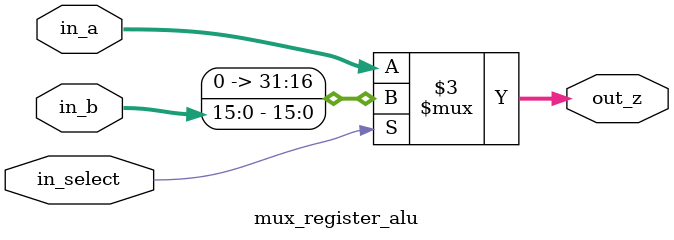
<source format=v>
`timescale 1ns / 1ps
module mux_register_alu(input [31:0] in_a, input [15:0] in_b, input in_select, output [31:0]out_z);

assign out_z = (in_select == 0) ? in_a : in_b;

endmodule


</source>
